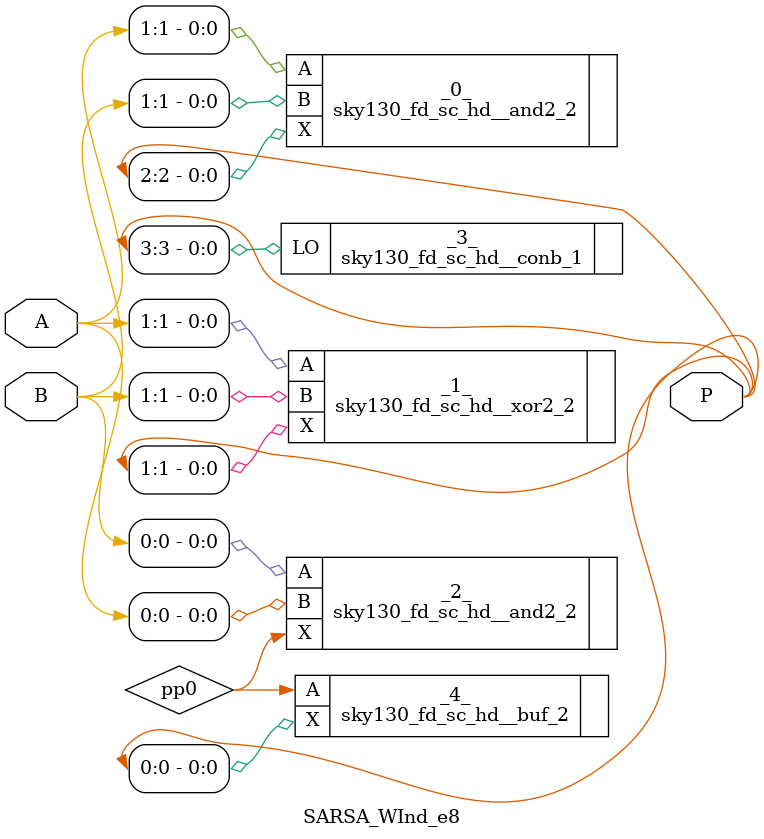
<source format=v>
module SARSA_WInd_e8 (A,
    B,
    P);
 input [1:0] A;
 input [1:0] B;
 output [3:0] P;

 wire pp0;

 sky130_fd_sc_hd__and2_2 _0_ (.A(A[1]),
    .B(B[1]),
    .X(P[2]));
 sky130_fd_sc_hd__xor2_2 _1_ (.A(A[1]),
    .B(B[1]),
    .X(P[1]));
 sky130_fd_sc_hd__and2_2 _2_ (.A(B[0]),
    .B(A[0]),
    .X(pp0));
 sky130_fd_sc_hd__conb_1 _3_ (.LO(P[3]));
 sky130_fd_sc_hd__buf_2 _4_ (.A(pp0),
    .X(P[0]));
endmodule

</source>
